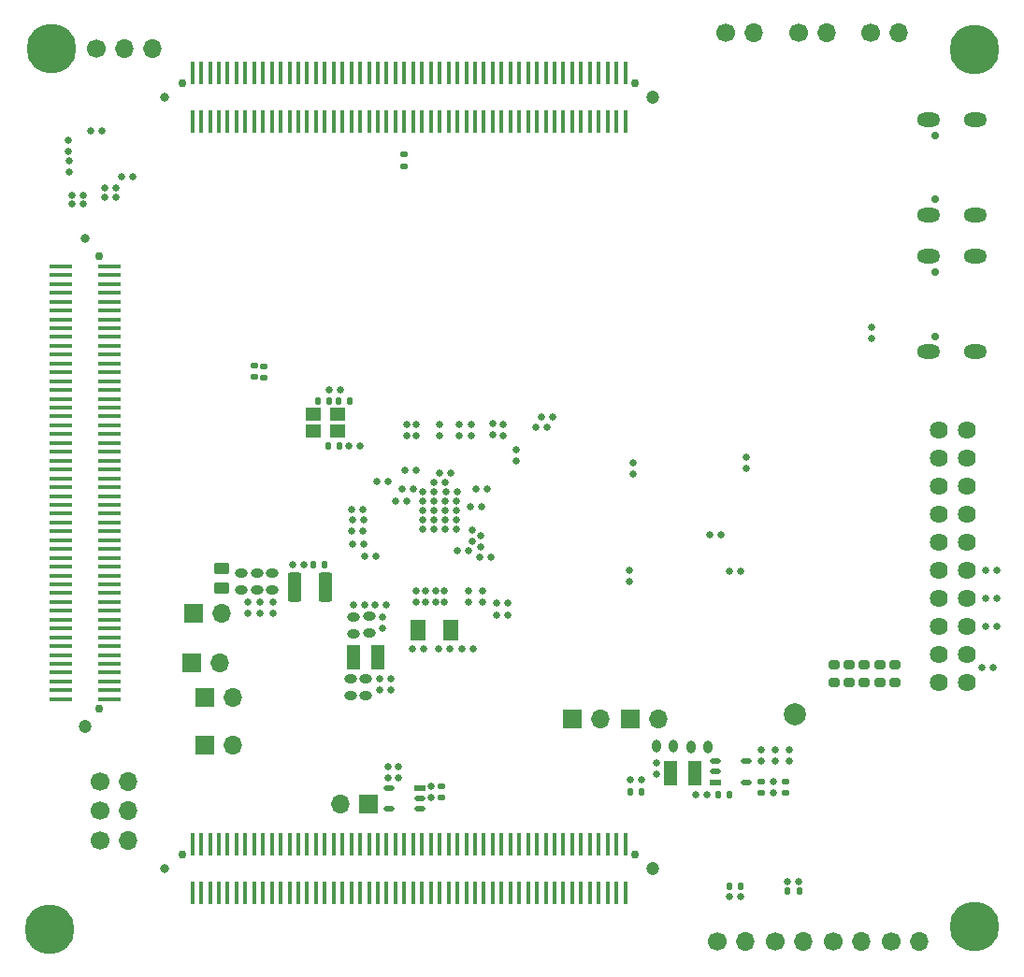
<source format=gbr>
G04 #@! TF.GenerationSoftware,KiCad,Pcbnew,7.0.2*
G04 #@! TF.CreationDate,2023-08-14T15:49:25+08:00*
G04 #@! TF.ProjectId,HPM1500_DDR2_CORE_RevA,48504d31-3530-4305-9f44-4452325f434f,rev?*
G04 #@! TF.SameCoordinates,Original*
G04 #@! TF.FileFunction,Soldermask,Bot*
G04 #@! TF.FilePolarity,Negative*
%FSLAX46Y46*%
G04 Gerber Fmt 4.6, Leading zero omitted, Abs format (unit mm)*
G04 Created by KiCad (PCBNEW 7.0.2) date 2023-08-14 15:49:25*
%MOMM*%
%LPD*%
G01*
G04 APERTURE LIST*
G04 Aperture macros list*
%AMRoundRect*
0 Rectangle with rounded corners*
0 $1 Rounding radius*
0 $2 $3 $4 $5 $6 $7 $8 $9 X,Y pos of 4 corners*
0 Add a 4 corners polygon primitive as box body*
4,1,4,$2,$3,$4,$5,$6,$7,$8,$9,$2,$3,0*
0 Add four circle primitives for the rounded corners*
1,1,$1+$1,$2,$3*
1,1,$1+$1,$4,$5*
1,1,$1+$1,$6,$7*
1,1,$1+$1,$8,$9*
0 Add four rect primitives between the rounded corners*
20,1,$1+$1,$2,$3,$4,$5,0*
20,1,$1+$1,$4,$5,$6,$7,0*
20,1,$1+$1,$6,$7,$8,$9,0*
20,1,$1+$1,$8,$9,$2,$3,0*%
G04 Aperture macros list end*
%ADD10C,1.700000*%
%ADD11O,1.700000X1.700000*%
%ADD12C,1.625600*%
%ADD13R,1.700000X1.700000*%
%ADD14C,2.001600*%
%ADD15C,4.500000*%
%ADD16O,2.101600X1.301600*%
%ADD17C,0.700000*%
%ADD18C,0.635000*%
%ADD19R,0.450000X2.000000*%
%ADD20C,1.200000*%
%ADD21C,0.762000*%
%ADD22C,0.800000*%
%ADD23RoundRect,0.200000X0.275000X-0.200000X0.275000X0.200000X-0.275000X0.200000X-0.275000X-0.200000X0*%
%ADD24R,1.400000X1.200000*%
%ADD25R,2.000000X0.450000*%
%ADD26RoundRect,0.135000X-0.185000X0.135000X-0.185000X-0.135000X0.185000X-0.135000X0.185000X0.135000X0*%
%ADD27RoundRect,0.050800X-0.650250X-0.900450X0.650250X-0.900450X0.650250X0.900450X-0.650250X0.900450X0*%
%ADD28RoundRect,0.135000X-0.135000X-0.185000X0.135000X-0.185000X0.135000X0.185000X-0.135000X0.185000X0*%
%ADD29O,1.143000X0.889000*%
%ADD30O,0.889000X1.143000*%
%ADD31RoundRect,0.250000X0.375000X1.075000X-0.375000X1.075000X-0.375000X-1.075000X0.375000X-1.075000X0*%
%ADD32R,1.016000X0.508000*%
%ADD33O,1.016000X0.508000*%
%ADD34RoundRect,0.250000X-0.450000X0.262500X-0.450000X-0.262500X0.450000X-0.262500X0.450000X0.262500X0*%
%ADD35RoundRect,0.135000X0.135000X0.185000X-0.135000X0.185000X-0.135000X-0.185000X0.135000X-0.185000X0*%
%ADD36R,1.230000X2.220000*%
%ADD37RoundRect,0.135000X0.185000X-0.135000X0.185000X0.135000X-0.185000X0.135000X-0.185000X-0.135000X0*%
G04 APERTURE END LIST*
D10*
X114240000Y-60360000D03*
D11*
X116780000Y-60360000D03*
X119320000Y-60360000D03*
D10*
X180915000Y-141210000D03*
D11*
X183455000Y-141210000D03*
D10*
X114545000Y-129355000D03*
D11*
X117085000Y-129355000D03*
D12*
X193070000Y-117714000D03*
X190530000Y-117714000D03*
X193070000Y-115174000D03*
X190530000Y-115174000D03*
X193070000Y-112634000D03*
X190530000Y-112634000D03*
X193070000Y-110094000D03*
X190530000Y-110094000D03*
X193070000Y-107554000D03*
X190530000Y-107554000D03*
X193070000Y-105014000D03*
X190530000Y-105014000D03*
X193070000Y-102474000D03*
X190530000Y-102474000D03*
X193070000Y-99934000D03*
X190530000Y-99934000D03*
X193070000Y-97394000D03*
X190530000Y-97394000D03*
X193070000Y-94854000D03*
X190530000Y-94854000D03*
D13*
X138850000Y-128705000D03*
D11*
X136310000Y-128705000D03*
D10*
X175675000Y-141210000D03*
D11*
X178215000Y-141210000D03*
D14*
X177485000Y-120600000D03*
D10*
X177765000Y-58865000D03*
D11*
X180305000Y-58865000D03*
D10*
X114545000Y-126705000D03*
D11*
X117085000Y-126705000D03*
D15*
X193725000Y-60430000D03*
D13*
X162580000Y-121060000D03*
D11*
X165120000Y-121060000D03*
D15*
X109945000Y-140045000D03*
D10*
X170455000Y-141210000D03*
D11*
X172995000Y-141210000D03*
D10*
X184345000Y-58865000D03*
D11*
X186885000Y-58865000D03*
D10*
X186195000Y-141210000D03*
D11*
X188735000Y-141210000D03*
D10*
X171185000Y-58865000D03*
D11*
X173725000Y-58865000D03*
D10*
X114545000Y-132005000D03*
D11*
X117085000Y-132005000D03*
D13*
X122875000Y-115955000D03*
D11*
X125415000Y-115955000D03*
D13*
X157315000Y-121070000D03*
D11*
X159855000Y-121070000D03*
D15*
X193725000Y-139830000D03*
D13*
X124005000Y-119115000D03*
D11*
X126545000Y-119115000D03*
D16*
X193780000Y-66780200D03*
X193779900Y-75420400D03*
X189600000Y-66780300D03*
X189599900Y-75420500D03*
D17*
X190129900Y-68210200D03*
X190129900Y-73990200D03*
D13*
X123045000Y-111505000D03*
D11*
X125585000Y-111505000D03*
D16*
X193780000Y-79155000D03*
X193779900Y-87795200D03*
X189600000Y-79155100D03*
X189599900Y-87795300D03*
D17*
X190129900Y-80585000D03*
X190129900Y-86365000D03*
D13*
X124005000Y-123427500D03*
D11*
X126545000Y-123427500D03*
D15*
X110124958Y-60347821D03*
D18*
X140595000Y-126355000D03*
X140595000Y-125339000D03*
X143742000Y-100490000D03*
X144758000Y-100490000D03*
D19*
X162095292Y-136769894D03*
X162095292Y-132370106D03*
X161295292Y-136769894D03*
X161295292Y-132370106D03*
X160495292Y-136769894D03*
X160495292Y-132370106D03*
X159695292Y-136769894D03*
X159695292Y-132370106D03*
X158895292Y-136769894D03*
X158895292Y-132370106D03*
X158095292Y-136769894D03*
X158095292Y-132370106D03*
X157295292Y-136769894D03*
X157295292Y-132370106D03*
X156495292Y-136769894D03*
X156495292Y-132370106D03*
X155695292Y-136769894D03*
X155695292Y-132370106D03*
X154895292Y-136769894D03*
X154895292Y-132370106D03*
X154095292Y-136769894D03*
X154095292Y-132370106D03*
X153295292Y-136769894D03*
X153295292Y-132370106D03*
X152495292Y-136769894D03*
X152495292Y-132370106D03*
X151695292Y-136769894D03*
X151695292Y-132370106D03*
X150895292Y-136769894D03*
X150895292Y-132370106D03*
X150095292Y-136769894D03*
X150095292Y-132370106D03*
X149295292Y-136769894D03*
X149295292Y-132370106D03*
X148495292Y-136769894D03*
X148495292Y-132370106D03*
X147695292Y-136769894D03*
X147695292Y-132370106D03*
X146895292Y-136769894D03*
X146895292Y-132370106D03*
X146095292Y-136769894D03*
X146095292Y-132370106D03*
X145295292Y-136769894D03*
X145295292Y-132370106D03*
X144495292Y-136769894D03*
X144495292Y-132370106D03*
X143695292Y-136769894D03*
X143695292Y-132370106D03*
X142895292Y-136769894D03*
X142895292Y-132370106D03*
X142095292Y-136769894D03*
X142095292Y-132370106D03*
X141295264Y-136769894D03*
X141295264Y-132370106D03*
X140495252Y-136769894D03*
X140495252Y-132370106D03*
X139695240Y-136769894D03*
X139695240Y-132370106D03*
X138895228Y-136769894D03*
X138895228Y-132370106D03*
X138095216Y-136769894D03*
X138095216Y-132370106D03*
X137295204Y-136769894D03*
X137295204Y-132370106D03*
X136495192Y-136769894D03*
X136495192Y-132370106D03*
X135695180Y-136769894D03*
X135695180Y-132370106D03*
X134895168Y-136769894D03*
X134895168Y-132370106D03*
X134095156Y-136769894D03*
X134095156Y-132370106D03*
X133295144Y-136769894D03*
X133295144Y-132370106D03*
X132495132Y-136769894D03*
X132495132Y-132370106D03*
X131695120Y-136769894D03*
X131695120Y-132370106D03*
X130895108Y-136769894D03*
X130895108Y-132370106D03*
X130095096Y-136769894D03*
X130095096Y-132370106D03*
X129295084Y-136769894D03*
X129295084Y-132370106D03*
X128495072Y-136769894D03*
X128495072Y-132370106D03*
X127695060Y-136769894D03*
X127695060Y-132370106D03*
X126895048Y-136769894D03*
X126895048Y-132370106D03*
X126095036Y-136769894D03*
X126095036Y-132370106D03*
X125295024Y-136769894D03*
X125295024Y-132370106D03*
X124495012Y-136769894D03*
X124495012Y-132370106D03*
X123695000Y-136769894D03*
X123695000Y-132370106D03*
X122894988Y-136769894D03*
X122894988Y-132370106D03*
D20*
X164595188Y-134570106D03*
D21*
X162995188Y-133320106D03*
X121994988Y-133320106D03*
D22*
X120394988Y-134570106D03*
D23*
X185122500Y-117769200D03*
X185122500Y-116119200D03*
D18*
X140860000Y-117382000D03*
X140860000Y-118398000D03*
X145735000Y-109437000D03*
X145735000Y-110453000D03*
X149093000Y-101795000D03*
X148077000Y-101795000D03*
D24*
X133885000Y-93396000D03*
X136085000Y-93396000D03*
X136085000Y-94996000D03*
X133885000Y-94996000D03*
D18*
X127885000Y-110455000D03*
X127885000Y-111471000D03*
X146248000Y-114645000D03*
X145232000Y-114645000D03*
X172503000Y-107670000D03*
X171487000Y-107670000D03*
X129035000Y-110455000D03*
X129035000Y-111471000D03*
D25*
X111020106Y-119242792D03*
X115419894Y-119242792D03*
X111020106Y-118442792D03*
X115419894Y-118442792D03*
X111020106Y-117642792D03*
X115419894Y-117642792D03*
X111020106Y-116842792D03*
X115419894Y-116842792D03*
X111020106Y-116042792D03*
X115419894Y-116042792D03*
X111020106Y-115242792D03*
X115419894Y-115242792D03*
X111020106Y-114442792D03*
X115419894Y-114442792D03*
X111020106Y-113642792D03*
X115419894Y-113642792D03*
X111020106Y-112842792D03*
X115419894Y-112842792D03*
X111020106Y-112042792D03*
X115419894Y-112042792D03*
X111020106Y-111242792D03*
X115419894Y-111242792D03*
X111020106Y-110442792D03*
X115419894Y-110442792D03*
X111020106Y-109642792D03*
X115419894Y-109642792D03*
X111020106Y-108842792D03*
X115419894Y-108842792D03*
X111020106Y-108042792D03*
X115419894Y-108042792D03*
X111020106Y-107242792D03*
X115419894Y-107242792D03*
X111020106Y-106442792D03*
X115419894Y-106442792D03*
X111020106Y-105642792D03*
X115419894Y-105642792D03*
X111020106Y-104842792D03*
X115419894Y-104842792D03*
X111020106Y-104042792D03*
X115419894Y-104042792D03*
X111020106Y-103242792D03*
X115419894Y-103242792D03*
X111020106Y-102442792D03*
X115419894Y-102442792D03*
X111020106Y-101642792D03*
X115419894Y-101642792D03*
X111020106Y-100842792D03*
X115419894Y-100842792D03*
X111020106Y-100042792D03*
X115419894Y-100042792D03*
X111020106Y-99242792D03*
X115419894Y-99242792D03*
X111020106Y-98442764D03*
X115419894Y-98442764D03*
X111020106Y-97642752D03*
X115419894Y-97642752D03*
X111020106Y-96842740D03*
X115419894Y-96842740D03*
X111020106Y-96042728D03*
X115419894Y-96042728D03*
X111020106Y-95242716D03*
X115419894Y-95242716D03*
X111020106Y-94442704D03*
X115419894Y-94442704D03*
X111020106Y-93642692D03*
X115419894Y-93642692D03*
X111020106Y-92842680D03*
X115419894Y-92842680D03*
X111020106Y-92042668D03*
X115419894Y-92042668D03*
X111020106Y-91242656D03*
X115419894Y-91242656D03*
X111020106Y-90442644D03*
X115419894Y-90442644D03*
X111020106Y-89642632D03*
X115419894Y-89642632D03*
X111020106Y-88842620D03*
X115419894Y-88842620D03*
X111020106Y-88042608D03*
X115419894Y-88042608D03*
X111020106Y-87242596D03*
X115419894Y-87242596D03*
X111020106Y-86442584D03*
X115419894Y-86442584D03*
X111020106Y-85642572D03*
X115419894Y-85642572D03*
X111020106Y-84842560D03*
X115419894Y-84842560D03*
X111020106Y-84042548D03*
X115419894Y-84042548D03*
X111020106Y-83242536D03*
X115419894Y-83242536D03*
X111020106Y-82442524D03*
X115419894Y-82442524D03*
X111020106Y-81642512D03*
X115419894Y-81642512D03*
X111020106Y-80842500D03*
X115419894Y-80842500D03*
X111020106Y-80042488D03*
X115419894Y-80042488D03*
D20*
X113219894Y-121742688D03*
D21*
X114469894Y-120142688D03*
X114469894Y-79142488D03*
D22*
X113219894Y-77542488D03*
D18*
X142353000Y-101265000D03*
X141337000Y-101265000D03*
X148975000Y-105440000D03*
X148975000Y-104424000D03*
X113053000Y-74420000D03*
X112037000Y-74420000D03*
D23*
X186485000Y-117769200D03*
X186485000Y-116119200D03*
D18*
X116457000Y-71910000D03*
X117473000Y-71910000D03*
X147925000Y-109417000D03*
X147925000Y-110433000D03*
X139860000Y-117382000D03*
X139860000Y-118398000D03*
D26*
X145416900Y-127165299D03*
X145416900Y-128185299D03*
D27*
X143337000Y-113020000D03*
X146253000Y-113020000D03*
D18*
X162765000Y-98868000D03*
X162765000Y-97852000D03*
X133009000Y-107105000D03*
X131993000Y-107105000D03*
X142127000Y-98500000D03*
X143143000Y-98500000D03*
X169480900Y-127864297D03*
X168464900Y-127864297D03*
X116003000Y-73800000D03*
X114987000Y-73800000D03*
X140135000Y-111847000D03*
X140135000Y-112863000D03*
X138463000Y-105190000D03*
X137447000Y-105190000D03*
X143843000Y-114645000D03*
X142827000Y-114645000D03*
D28*
X134245000Y-92210000D03*
X135265000Y-92210000D03*
D18*
X150065000Y-95338000D03*
X150065000Y-94322000D03*
D29*
X137495000Y-111770000D03*
X137495000Y-113294000D03*
D26*
X128475000Y-89060000D03*
X128475000Y-90080000D03*
D18*
X148175000Y-95368000D03*
X148175000Y-94352000D03*
D28*
X171545000Y-136220000D03*
X172565000Y-136220000D03*
D18*
X146803000Y-101295000D03*
X145787000Y-101295000D03*
X149633000Y-100175000D03*
X148617000Y-100175000D03*
X142908000Y-100200000D03*
X141892000Y-100200000D03*
X111725000Y-70522000D03*
X111725000Y-71538000D03*
X138353000Y-103985000D03*
X137337000Y-103985000D03*
X146323000Y-98765000D03*
X145307000Y-98765000D03*
D26*
X174364900Y-126712297D03*
X174364900Y-127732297D03*
D28*
X135175000Y-96310000D03*
X136195000Y-96310000D03*
D18*
X146823000Y-103885000D03*
X145807000Y-103885000D03*
X151045000Y-95358000D03*
X151045000Y-94342000D03*
D19*
X162095292Y-66919894D03*
X162095292Y-62520106D03*
X161295292Y-66919894D03*
X161295292Y-62520106D03*
X160495292Y-66919894D03*
X160495292Y-62520106D03*
X159695292Y-66919894D03*
X159695292Y-62520106D03*
X158895292Y-66919894D03*
X158895292Y-62520106D03*
X158095292Y-66919894D03*
X158095292Y-62520106D03*
X157295292Y-66919894D03*
X157295292Y-62520106D03*
X156495292Y-66919894D03*
X156495292Y-62520106D03*
X155695292Y-66919894D03*
X155695292Y-62520106D03*
X154895292Y-66919894D03*
X154895292Y-62520106D03*
X154095292Y-66919894D03*
X154095292Y-62520106D03*
X153295292Y-66919894D03*
X153295292Y-62520106D03*
X152495292Y-66919894D03*
X152495292Y-62520106D03*
X151695292Y-66919894D03*
X151695292Y-62520106D03*
X150895292Y-66919894D03*
X150895292Y-62520106D03*
X150095292Y-66919894D03*
X150095292Y-62520106D03*
X149295292Y-66919894D03*
X149295292Y-62520106D03*
X148495292Y-66919894D03*
X148495292Y-62520106D03*
X147695292Y-66919894D03*
X147695292Y-62520106D03*
X146895292Y-66919894D03*
X146895292Y-62520106D03*
X146095292Y-66919894D03*
X146095292Y-62520106D03*
X145295292Y-66919894D03*
X145295292Y-62520106D03*
X144495292Y-66919894D03*
X144495292Y-62520106D03*
X143695292Y-66919894D03*
X143695292Y-62520106D03*
X142895292Y-66919894D03*
X142895292Y-62520106D03*
X142095292Y-66919894D03*
X142095292Y-62520106D03*
X141295264Y-66919894D03*
X141295264Y-62520106D03*
X140495252Y-66919894D03*
X140495252Y-62520106D03*
X139695240Y-66919894D03*
X139695240Y-62520106D03*
X138895228Y-66919894D03*
X138895228Y-62520106D03*
X138095216Y-66919894D03*
X138095216Y-62520106D03*
X137295204Y-66919894D03*
X137295204Y-62520106D03*
X136495192Y-66919894D03*
X136495192Y-62520106D03*
X135695180Y-66919894D03*
X135695180Y-62520106D03*
X134895168Y-66919894D03*
X134895168Y-62520106D03*
X134095156Y-66919894D03*
X134095156Y-62520106D03*
X133295144Y-66919894D03*
X133295144Y-62520106D03*
X132495132Y-66919894D03*
X132495132Y-62520106D03*
X131695120Y-66919894D03*
X131695120Y-62520106D03*
X130895108Y-66919894D03*
X130895108Y-62520106D03*
X130095096Y-66919894D03*
X130095096Y-62520106D03*
X129295084Y-66919894D03*
X129295084Y-62520106D03*
X128495072Y-66919894D03*
X128495072Y-62520106D03*
X127695060Y-66919894D03*
X127695060Y-62520106D03*
X126895048Y-66919894D03*
X126895048Y-62520106D03*
X126095036Y-66919894D03*
X126095036Y-62520106D03*
X125295024Y-66919894D03*
X125295024Y-62520106D03*
X124495012Y-66919894D03*
X124495012Y-62520106D03*
X123695000Y-66919894D03*
X123695000Y-62520106D03*
X122894988Y-66919894D03*
X122894988Y-62520106D03*
D20*
X164595188Y-64720106D03*
D21*
X162995188Y-63470106D03*
X121994988Y-63470106D03*
D22*
X120394988Y-64720106D03*
D18*
X184400000Y-85567000D03*
X184400000Y-86583000D03*
X175635000Y-124868000D03*
X175635000Y-123852000D03*
X170723000Y-104340000D03*
X169707000Y-104340000D03*
X149973000Y-106380000D03*
X148957000Y-106380000D03*
X144925000Y-109442000D03*
X144925000Y-110458000D03*
X139627000Y-99525000D03*
X140643000Y-99525000D03*
D26*
X142045000Y-69935000D03*
X142045000Y-70955000D03*
D18*
X143762000Y-102170000D03*
X144778000Y-102170000D03*
X145813000Y-99635000D03*
X144797000Y-99635000D03*
X138483000Y-110715000D03*
X137467000Y-110715000D03*
X147025000Y-95348000D03*
X147025000Y-94332000D03*
D30*
X166485000Y-123510000D03*
X164961000Y-123510000D03*
D18*
X155513000Y-93660000D03*
X154497000Y-93660000D03*
X113707000Y-67790000D03*
X114723000Y-67790000D03*
D23*
X181035000Y-117769200D03*
X181035000Y-116119200D03*
D18*
X145265000Y-95368000D03*
X145265000Y-94352000D03*
X143742000Y-103020000D03*
X144758000Y-103020000D03*
X194407000Y-116414000D03*
X195423000Y-116414000D03*
D29*
X137260000Y-117390000D03*
X137260000Y-118914000D03*
D26*
X129365000Y-89100000D03*
X129365000Y-90120000D03*
D18*
X177823000Y-135730000D03*
X176807000Y-135730000D03*
X137047000Y-96300000D03*
X138063000Y-96300000D03*
X143792000Y-103840000D03*
X144808000Y-103840000D03*
D29*
X130135000Y-109317000D03*
X130135000Y-107793000D03*
D31*
X134985000Y-109055000D03*
X132185000Y-109055000D03*
D23*
X183760000Y-117769200D03*
X183760000Y-116119200D03*
D18*
X152185000Y-97663000D03*
X152185000Y-96647000D03*
X162557000Y-126540000D03*
X163573000Y-126540000D03*
D30*
X168023000Y-123560000D03*
X169547000Y-123560000D03*
D18*
X151483000Y-111620000D03*
X150467000Y-111620000D03*
X113063000Y-73580000D03*
X112047000Y-73580000D03*
D28*
X133883000Y-107105000D03*
X134903000Y-107105000D03*
X170512900Y-127864297D03*
X171532900Y-127864297D03*
D18*
X141555000Y-126355000D03*
X141555000Y-125339000D03*
D32*
X170241000Y-126759996D03*
D33*
X170241000Y-125809986D03*
X170241000Y-124860000D03*
X173035000Y-124860000D03*
X173035000Y-126759996D03*
D18*
X194707000Y-107614000D03*
X195723000Y-107614000D03*
X147933000Y-105825000D03*
X146917000Y-105825000D03*
D32*
X143513900Y-127285301D03*
D33*
X143513900Y-128235311D03*
X143513900Y-129185297D03*
X140719900Y-129185297D03*
X140719900Y-127285301D03*
D18*
X146858000Y-100485000D03*
X145842000Y-100485000D03*
X146803000Y-103015000D03*
X145787000Y-103015000D03*
X174414900Y-124872297D03*
X174414900Y-123856297D03*
X148215000Y-103950000D03*
X148215000Y-104966000D03*
D29*
X127325000Y-109317000D03*
X127325000Y-107793000D03*
D18*
X143185000Y-95398000D03*
X143185000Y-94382000D03*
X138335000Y-102030000D03*
X137319000Y-102030000D03*
X146803000Y-102115000D03*
X145787000Y-102115000D03*
D34*
X125535000Y-107392500D03*
X125535000Y-109217500D03*
D18*
X143975000Y-109422000D03*
X143975000Y-110438000D03*
D35*
X163575000Y-127630000D03*
X162555000Y-127630000D03*
D18*
X111705000Y-69658000D03*
X111705000Y-68642000D03*
D29*
X138610000Y-117390000D03*
X138610000Y-118914000D03*
D18*
X143125000Y-109422000D03*
X143125000Y-110438000D03*
D23*
X182397500Y-117769200D03*
X182397500Y-116119200D03*
D36*
X168399900Y-125971297D03*
X166229899Y-125971297D03*
D18*
X149175000Y-109442000D03*
X149175000Y-110458000D03*
D28*
X176815000Y-136620000D03*
X177835000Y-136620000D03*
D18*
X139417000Y-110700000D03*
X140433000Y-110700000D03*
X142300000Y-95383000D03*
X142300000Y-94367000D03*
D36*
X139670000Y-115455000D03*
X137499999Y-115455000D03*
D18*
X130185000Y-110455000D03*
X130185000Y-111471000D03*
X162495000Y-108578000D03*
X162495000Y-107562000D03*
D29*
X128735000Y-109317000D03*
X128735000Y-107793000D03*
D18*
X195723000Y-110114000D03*
X194707000Y-110114000D03*
D37*
X176635000Y-127719996D03*
X176635000Y-126699996D03*
D18*
X151473000Y-110495000D03*
X150457000Y-110495000D03*
X176973400Y-124864200D03*
X176973400Y-123848200D03*
X172533000Y-137090000D03*
X171517000Y-137090000D03*
D29*
X138935000Y-111755000D03*
X138935000Y-113279000D03*
D18*
X138403000Y-102985000D03*
X137387000Y-102985000D03*
D35*
X137175000Y-92220000D03*
X136155000Y-92220000D03*
D18*
X195723000Y-112647333D03*
X194707000Y-112647333D03*
X144536900Y-127167299D03*
X144536900Y-128183299D03*
X114977000Y-72970000D03*
X115993000Y-72970000D03*
X143762000Y-101320000D03*
X144778000Y-101320000D03*
X155045000Y-94595000D03*
X154029000Y-94595000D03*
X173015000Y-98358000D03*
X173015000Y-97342000D03*
X135287000Y-91270000D03*
X136303000Y-91270000D03*
X147312000Y-114645000D03*
X148328000Y-114645000D03*
X139523000Y-106330000D03*
X138507000Y-106330000D03*
X164935000Y-126068000D03*
X164935000Y-125052000D03*
X175535000Y-127750297D03*
X175535000Y-126734297D03*
M02*

</source>
